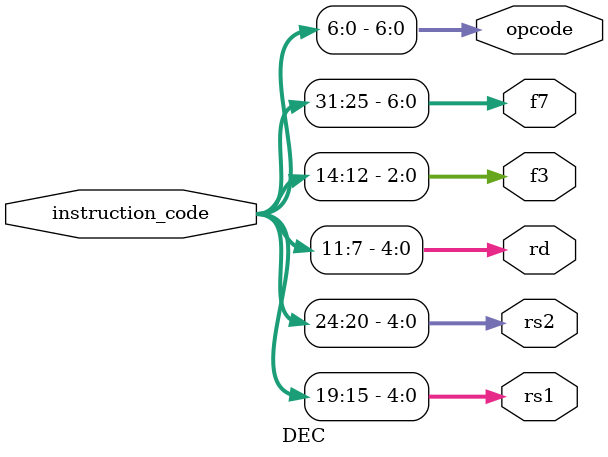
<source format=v>
`timescale 1ns/1ps
module DEC(
input [31:0] instruction_code,
output wire [4:0] rs1,
output wire [4:0] rs2,
output wire [4:0] rd,
output wire [2:0] f3,
output wire [6:0] f7,
output wire [6:0] opcode);


assign rs1 = instruction_code[19:15];
assign rs2 = instruction_code[24:20];
assign rd = instruction_code[11:7];
assign f3 = instruction_code[14:12];
assign f7 = instruction_code[31:25];
assign opcode = instruction_code[6:0];

endmodule


</source>
